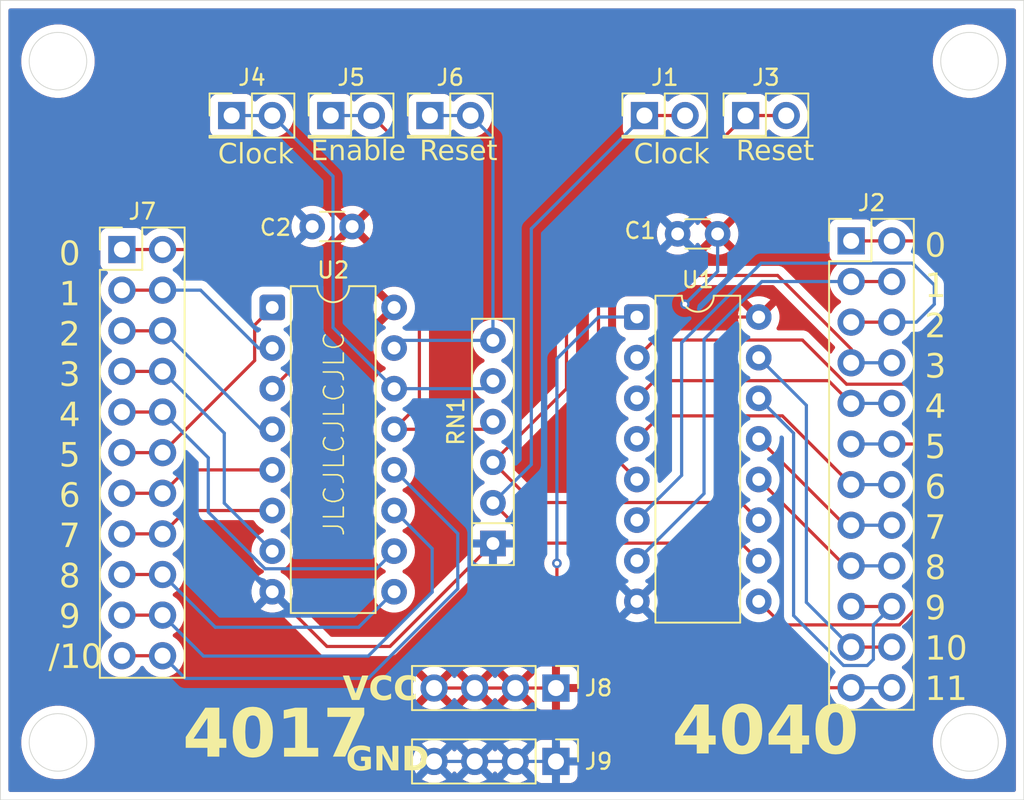
<source format=kicad_pcb>
(kicad_pcb (version 20241229) (generator "pcbnew") (generator_version "9.0")
  (layers (0 "F.Cu" signal) (2 "B.Cu" signal) (13 "F.Paste" user) (15 "B.Paste" user) (5 "F.SilkS" user "F.Silkscreen") (7 "B.SilkS" user "B.Silkscreen") (1 "F.Mask" user) (3 "B.Mask" user) (25 "Edge.Cuts" user))
  (net 0 "")
  (net 1 "Net-(J1-Pin_1)")
  (net 2 "Net-(J2-Pin_11)")
  (net 3 "Net-(J2-Pin_1)")
  (net 4 "Net-(J2-Pin_21)")
  (net 5 "Net-(J2-Pin_17)")
  (net 6 "Net-(J2-Pin_10)")
  (net 7 "Net-(J2-Pin_19)")
  (net 8 "Net-(J3-Pin_1)")
  (net 9 "Net-(J4-Pin_1)")
  (net 10 "Net-(J5-Pin_1)")
  (net 11 "Net-(J7-Pin_11)")
  (net 12 "Net-(J7-Pin_17)")
  (net 13 "Net-(J7-Pin_1)")
  (net 14 "Net-(J7-Pin_10)")
  (net 15 "Net-(J7-Pin_19)")
  (net 16 "Net-(J7-Pin_15)")
  (net 17 "GND")
  (net 18 "VCC")
  (net 19 "Net-(J6-Pin_1)")
  (net 20 "Net-(J2-Pin_3)")
  (net 21 "Net-(J2-Pin_23)")
  (net 22 "Net-(J2-Pin_15)")
  (net 23 "Net-(J2-Pin_13)")
  (net 24 "Net-(J2-Pin_7)")
  (net 25 "Net-(J2-Pin_5)")
  (net 26 "Net-(J7-Pin_13)")
  (net 27 "Net-(J7-Pin_3)")
  (net 28 "Net-(J7-Pin_21)")
  (net 29 "Net-(J7-Pin_7)")
  (net 30 "Net-(J7-Pin_5)")
  (footprint "Resistor_THT:R_Array_SIP6" (layer "F.Cu") (at 191.2 93.96 90)
    (property "Reference" "RN1" (at 7.62 -2.31 90) (layer "F.SilkS"))
    (property "Value" "R_Network05_Split")
    (fp_line (start 14.05 -1.31) (end -1.35 -1.31) (stroke (width 0.12)) (layer "F.SilkS") (net 1))
    (fp_line (start 1.27 -1.31) (end 1.27 1.31) (stroke (width 0.12)) (layer "F.SilkS") (net 1))
    (fp_line (start -1.35 -1.31) (end -1.35 1.31) (stroke (width 0.12)) (layer "F.SilkS") (net 1))
    (fp_line (start 14.05 1.31) (end 14.05 -1.31) (stroke (width 0.12)) (layer "F.SilkS") (net 1))
    (fp_line (start -1.35 1.31) (end 14.05 1.31) (stroke (width 0.12)) (layer "F.SilkS") (net 1))
    (pad "1" thru_hole rect (at 0 0 90) (size 1.6 1.6) (drill 0.8) (layers "*.Cu" "*.Mask") (net 17 "GND"))
    (pad "2" thru_hole circle (at 2.54 0 90) (size 1.6 1.6) (drill 0.8) (layers "*.Cu" "*.Mask") (net 1 "Net-(J1-Pin_1)"))
    (pad "3" thru_hole circle (at 5.08 0 90) (size 1.6 1.6) (drill 0.8) (layers "*.Cu" "*.Mask") (net 8 "Net-(J3-Pin_1)"))
    (pad "4" thru_hole circle (at 7.62 0 90) (size 1.6 1.6) (drill 0.8) (layers "*.Cu" "*.Mask") (net 10 "Net-(J5-Pin_1)"))
    (pad "5" thru_hole circle (at 10.16 0 90) (size 1.6 1.6) (drill 0.8) (layers "*.Cu" "*.Mask") (net 9 "Net-(J4-Pin_1)"))
    (pad "6" thru_hole circle (at 12.7 0 90) (size 1.6 1.6) (drill 0.8) (layers "*.Cu" "*.Mask") (net 19 "Net-(J6-Pin_1)"))
  )
  (footprint "Capacitor_THT:C_Disc_D3.0mm_W1.6mm_P2.50mm" (layer "F.Cu") (at 205.25 74.6 180)
    (property "Reference" "C1" (at 4.85 0.2 0) (layer "F.SilkS"))
    (property "Value" "100nF")
    (fp_line (start 0.485 0.92) (end 2.015 0.92) (stroke (width 0.12)) (layer "F.SilkS") (net 1))
    (fp_line (start 0.485 -0.92) (end 2.015 -0.92) (stroke (width 0.12)) (layer "F.SilkS") (net 1))
    (pad "1" thru_hole circle (at 0 0 180) (size 1.6 1.6) (drill 0.8) (layers "*.Cu" "*.Mask") (net 18 "VCC"))
    (pad "2" thru_hole circle (at 2.5 0 180) (size 1.6 1.6) (drill 0.8) (layers "*.Cu" "*.Mask") (net 17 "GND"))
  )
  (footprint "Capacitor_THT:C_Disc_D3.0mm_W1.6mm_P2.50mm" (layer "F.Cu") (at 182.4 74.14 180)
    (property "Reference" "C2" (at 4.8 -0.06 0) (layer "F.SilkS"))
    (property "Value" "100nF")
    (fp_line (start 0.485 0.92) (end 2.015 0.92) (stroke (width 0.12)) (layer "F.SilkS"))
    (fp_line (start 0.485 -0.92) (end 2.015 -0.92) (stroke (width 0.12)) (layer "F.SilkS"))
    (pad "1" thru_hole circle (at 0 0 180) (size 1.6 1.6) (drill 0.8) (layers "*.Cu" "*.Mask") (net 18 "VCC"))
    (pad "2" thru_hole circle (at 2.5 0 180) (size 1.6 1.6) (drill 0.8) (layers "*.Cu" "*.Mask") (net 17 "GND"))
  )
  (footprint "Connector_PinHeader_2.54mm:PinHeader_2x01_P2.54mm_Vertical" (layer "F.Cu") (at 174.86 67.2)
    (property "Reference" "J4" (at 1.27 -2.38 0) (layer "F.SilkS"))
    (property "Value" "Clock")
    (fp_line (start -1.38 -1.38) (end 0 -1.38) (stroke (width 0.12)) (layer "F.SilkS"))
    (fp_line (start -1.38 0) (end -1.38 -1.38) (stroke (width 0.12)) (layer "F.SilkS"))
    (fp_line (start -1.38 1.27) (end -1.38 1.38) (stroke (width 0.12)) (layer "F.SilkS"))
    (fp_line (start -1.38 1.27) (end 1.27 1.27) (stroke (width 0.12)) (layer "F.SilkS"))
    (fp_line (start -1.38 1.38) (end 3.92 1.38) (stroke (width 0.12)) (layer "F.SilkS"))
    (fp_line (start 1.27 -1.38) (end 3.92 -1.38) (stroke (width 0.12)) (layer "F.SilkS"))
    (fp_line (start 1.27 1.27) (end 1.27 -1.38) (stroke (width 0.12)) (layer "F.SilkS"))
    (fp_line (start 3.92 -1.38) (end 3.92 1.38) (stroke (width 0.12)) (layer "F.SilkS"))
    (pad "1" thru_hole rect (at 0 0) (size 1.7 1.7) (drill 1) (layers "*.Cu" "*.Mask") (net 9 "Net-(J4-Pin_1)"))
    (pad "2" thru_hole circle (at 2.54 0) (size 1.7 1.7) (drill 1) (layers "*.Cu" "*.Mask") (net 9 "Net-(J4-Pin_1)"))
  )
  (footprint "Connector_PinHeader_2.54mm:PinHeader_1x04_P2.54mm_Vertical" (layer "F.Cu") (at 195.14 103 -90)
    (property "Reference" "J8" (at 0 -2.66 180) (layer "F.SilkS"))
    (property "Value" "VCC")
    (fp_line (start -1.38 9) (end 1.38 9) (stroke (width 0.12)) (layer "F.SilkS"))
    (fp_line (start -1.38 1.27) (end -1.38 9) (stroke (width 0.12)) (layer "F.SilkS"))
    (fp_line (start -1.38 1.27) (end 1.38 1.27) (stroke (width 0.12)) (layer "F.SilkS"))
    (fp_line (start 1.38 1.27) (end 1.38 9) (stroke (width 0.12)) (layer "F.SilkS"))
    (fp_line (start -1.38 0) (end -1.38 -1.38) (stroke (width 0.12)) (layer "F.SilkS"))
    (fp_line (start -1.38 -1.38) (end 0 -1.38) (stroke (width 0.12)) (layer "F.SilkS"))
    (pad "1" thru_hole rect (at 0 0 270) (size 1.7 1.7) (drill 1) (layers "*.Cu" "*.Mask") (net 18 "VCC"))
    (pad "2" thru_hole circle (at 0 2.54 270) (size 1.7 1.7) (drill 1) (layers "*.Cu" "*.Mask") (net 18 "VCC"))
    (pad "3" thru_hole circle (at 0 5.08 270) (size 1.7 1.7) (drill 1) (layers "*.Cu" "*.Mask") (net 18 "VCC"))
    (pad "4" thru_hole circle (at 0 7.62 270) (size 1.7 1.7) (drill 1) (layers "*.Cu" "*.Mask") (net 18 "VCC"))
  )
  (footprint "Connector_PinHeader_2.54mm:PinHeader_2x01_P2.54mm_Vertical" (layer "F.Cu") (at 200.675 67.2)
    (property "Reference" "J1" (at 1.27 -2.38 0) (layer "F.SilkS"))
    (property "Value" "Clock")
    (fp_line (start -1.38 -1.38) (end 0 -1.38) (stroke (width 0.12)) (layer "F.SilkS") (net 1))
    (fp_line (start -1.38 0) (end -1.38 -1.38) (stroke (width 0.12)) (layer "F.SilkS") (net 1))
    (fp_line (start -1.38 1.27) (end -1.38 1.38) (stroke (width 0.12)) (layer "F.SilkS") (net 1))
    (fp_line (start -1.38 1.27) (end 1.27 1.27) (stroke (width 0.12)) (layer "F.SilkS") (net 1))
    (fp_line (start -1.38 1.38) (end 3.92 1.38) (stroke (width 0.12)) (layer "F.SilkS") (net 1))
    (fp_line (start 1.27 -1.38) (end 3.92 -1.38) (stroke (width 0.12)) (layer "F.SilkS") (net 1))
    (fp_line (start 1.27 1.27) (end 1.27 -1.38) (stroke (width 0.12)) (layer "F.SilkS") (net 1))
    (fp_line (start 3.92 -1.38) (end 3.92 1.38) (stroke (width 0.12)) (layer "F.SilkS") (net 1))
    (pad "1" thru_hole rect (at 0 0) (size 1.7 1.7) (drill 1) (layers "*.Cu" "*.Mask") (net 1 "Net-(J1-Pin_1)"))
    (pad "2" thru_hole circle (at 2.54 0) (size 1.7 1.7) (drill 1) (layers "*.Cu" "*.Mask") (net 1 "Net-(J1-Pin_1)"))
  )
  (footprint "Package_DIP:DIP-16_W7.62mm" (layer "F.Cu") (at 200.2 79.8)
    (property "Reference" "U1" (at 3.81 -2.33 0) (layer "F.SilkS"))
    (property "Value" "4040")
    (fp_line (start 1.16 -1.33) (end 1.16 19.11) (stroke (width 0.12)) (layer "F.SilkS") (net 1))
    (fp_line (start 1.16 19.11) (end 6.46 19.11) (stroke (width 0.12)) (layer "F.SilkS") (net 1))
    (fp_line (start 2.81 -1.33) (end 1.16 -1.33) (stroke (width 0.12)) (layer "F.SilkS") (net 1))
    (fp_line (start 6.46 -1.33) (end 4.81 -1.33) (stroke (width 0.12)) (layer "F.SilkS") (net 1))
    (fp_line (start 6.46 19.11) (end 6.46 -1.33) (stroke (width 0.12)) (layer "F.SilkS") (net 1))
    (fp_arc (start 4.81 -1.33) (mid 3.81 -0.33) (end 2.81 -1.33) (stroke (width 0.12)) (layer "F.SilkS") (net 1))
    (pad "1" thru_hole roundrect (at 0 0) (size 1.6 1.6) (drill 0.8) (layers "*.Cu" "*.Mask") (roundrect_rratio 0.15625) (net 21 "Net-(J2-Pin_23)"))
    (pad "2" thru_hole circle (at 0 2.54) (size 1.6 1.6) (drill 0.8) (layers "*.Cu" "*.Mask") (net 2 "Net-(J2-Pin_11)"))
    (pad "3" thru_hole circle (at 0 5.08) (size 1.6 1.6) (drill 0.8) (layers "*.Cu" "*.Mask") (net 6 "Net-(J2-Pin_10)"))
    (pad "4" thru_hole circle (at 0 7.62) (size 1.6 1.6) (drill 0.8) (layers "*.Cu" "*.Mask") (net 23 "Net-(J2-Pin_13)"))
    (pad "5" thru_hole circle (at 0 10.16) (size 1.6 1.6) (drill 0.8) (layers "*.Cu" "*.Mask") (net 24 "Net-(J2-Pin_7)"))
    (pad "6" thru_hole circle (at 0 12.7) (size 1.6 1.6) (drill 0.8) (layers "*.Cu" "*.Mask") (net 25 "Net-(J2-Pin_5)"))
    (pad "7" thru_hole circle (at 0 15.24) (size 1.6 1.6) (drill 0.8) (layers "*.Cu" "*.Mask") (net 20 "Net-(J2-Pin_3)"))
    (pad "8" thru_hole circle (at 0 17.78) (size 1.6 1.6) (drill 0.8) (layers "*.Cu" "*.Mask") (net 17 "GND"))
    (pad "9" thru_hole circle (at 7.62 17.78) (size 1.6 1.6) (drill 0.8) (layers "*.Cu" "*.Mask") (net 3 "Net-(J2-Pin_1)"))
    (pad "10" thru_hole circle (at 7.62 15.24) (size 1.6 1.6) (drill 0.8) (layers "*.Cu" "*.Mask") (net 1 "Net-(J1-Pin_1)"))
    (pad "11" thru_hole circle (at 7.62 12.7) (size 1.6 1.6) (drill 0.8) (layers "*.Cu" "*.Mask") (net 8 "Net-(J3-Pin_1)"))
    (pad "12" thru_hole circle (at 7.62 10.16) (size 1.6 1.6) (drill 0.8) (layers "*.Cu" "*.Mask") (net 5 "Net-(J2-Pin_17)"))
    (pad "13" thru_hole circle (at 7.62 7.62) (size 1.6 1.6) (drill 0.8) (layers "*.Cu" "*.Mask") (net 22 "Net-(J2-Pin_15)"))
    (pad "14" thru_hole circle (at 7.62 5.08) (size 1.6 1.6) (drill 0.8) (layers "*.Cu" "*.Mask") (net 7 "Net-(J2-Pin_19)"))
    (pad "15" thru_hole circle (at 7.62 2.54) (size 1.6 1.6) (drill 0.8) (layers "*.Cu" "*.Mask") (net 4 "Net-(J2-Pin_21)"))
    (pad "16" thru_hole circle (at 7.62 0) (size 1.6 1.6) (drill 0.8) (layers "*.Cu" "*.Mask") (net 18 "VCC"))
  )
  (footprint "Connector_PinHeader_2.54mm:PinHeader_2x11_P2.54mm_Vertical" (layer "F.Cu") (at 168 75.58)
    (property "Reference" "J7" (at 1.27 -2.38 0) (layer "F.SilkS"))
    (property "Value" "4017 Outputs")
    (fp_line (start -1.38 -1.38) (end 0 -1.38) (stroke (width 0.12)) (layer "F.SilkS"))
    (fp_line (start -1.38 0) (end -1.38 -1.38) (stroke (width 0.12)) (layer "F.SilkS"))
    (fp_line (start -1.38 1.27) (end -1.38 26.78) (stroke (width 0.12)) (layer "F.SilkS"))
    (fp_line (start -1.38 1.27) (end 1.27 1.27) (stroke (width 0.12)) (layer "F.SilkS"))
    (fp_line (start -1.38 26.78) (end 3.92 26.78) (stroke (width 0.12)) (layer "F.SilkS"))
    (fp_line (start 1.27 -1.38) (end 3.92 -1.38) (stroke (width 0.12)) (layer "F.SilkS"))
    (fp_line (start 1.27 1.27) (end 1.27 -1.38) (stroke (width 0.12)) (layer "F.SilkS"))
    (fp_line (start 3.92 -1.38) (end 3.92 26.78) (stroke (width 0.12)) (layer "F.SilkS"))
    (pad "1" thru_hole rect (at 0 0) (size 1.7 1.7) (drill 1) (layers "*.Cu" "*.Mask") (net 13 "Net-(J7-Pin_1)"))
    (pad "2" thru_hole circle (at 2.54 0) (size 1.7 1.7) (drill 1) (layers "*.Cu" "*.Mask") (net 13 "Net-(J7-Pin_1)"))
    (pad "3" thru_hole circle (at 0 2.54) (size 1.7 1.7) (drill 1) (layers "*.Cu" "*.Mask") (net 27 "Net-(J7-Pin_3)"))
    (pad "4" thru_hole circle (at 2.54 2.54) (size 1.7 1.7) (drill 1) (layers "*.Cu" "*.Mask") (net 27 "Net-(J7-Pin_3)"))
    (pad "5" thru_hole circle (at 0 5.08) (size 1.7 1.7) (drill 1) (layers "*.Cu" "*.Mask") (net 30 "Net-(J7-Pin_5)"))
    (pad "6" thru_hole circle (at 2.54 5.08) (size 1.7 1.7) (drill 1) (layers "*.Cu" "*.Mask") (net 30 "Net-(J7-Pin_5)"))
    (pad "7" thru_hole circle (at 0 7.62) (size 1.7 1.7) (drill 1) (layers "*.Cu" "*.Mask") (net 29 "Net-(J7-Pin_7)"))
    (pad "8" thru_hole circle (at 2.54 7.62) (size 1.7 1.7) (drill 1) (layers "*.Cu" "*.Mask") (net 29 "Net-(J7-Pin_7)"))
    (pad "9" thru_hole circle (at 0 10.16) (size 1.7 1.7) (drill 1) (layers "*.Cu" "*.Mask") (net 14 "Net-(J7-Pin_10)"))
    (pad "10" thru_hole circle (at 2.54 10.16) (size 1.7 1.7) (drill 1) (layers "*.Cu" "*.Mask") (net 14 "Net-(J7-Pin_10)"))
    (pad "11" thru_hole circle (at 0 12.7) (size 1.7 1.7) (drill 1) (layers "*.Cu" "*.Mask") (net 11 "Net-(J7-Pin_11)"))
    (pad "12" thru_hole circle (at 2.54 12.7) (size 1.7 1.7) (drill 1) (layers "*.Cu" "*.Mask") (net 11 "Net-(J7-Pin_11)"))
    (pad "13" thru_hole circle (at 0 15.24) (size 1.7 1.7) (drill 1) (layers "*.Cu" "*.Mask") (net 26 "Net-(J7-Pin_13)"))
    (pad "14" thru_hole circle (at 2.54 15.24) (size 1.7 1.7) (drill 1) (layers "*.Cu" "*.Mask") (net 26 "Net-(J7-Pin_13)"))
    (pad "15" thru_hole circle (at 0 17.78) (size 1.7 1.7) (drill 1) (layers "*.Cu" "*.Mask") (net 16 "Net-(J7-Pin_15)"))
    (pad "16" thru_hole circle (at 2.54 17.78) (size 1.7 1.7) (drill 1) (layers "*.Cu" "*.Mask") (net 16 "Net-(J7-Pin_15)"))
    (pad "17" thru_hole circle (at 0 20.32) (size 1.7 1.7) (drill 1) (layers "*.Cu" "*.Mask") (net 12 "Net-(J7-Pin_17)"))
    (pad "18" thru_hole circle (at 2.54 20.32) (size 1.7 1.7) (drill 1) (layers "*.Cu" "*.Mask") (net 12 "Net-(J7-Pin_17)"))
    (pad "19" thru_hole circle (at 0 22.86) (size 1.7 1.7) (drill 1) (layers "*.Cu" "*.Mask") (net 15 "Net-(J7-Pin_19)"))
    (pad "20" thru_hole circle (at 2.54 22.86) (size 1.7 1.7) (drill 1) (layers "*.Cu" "*.Mask") (net 15 "Net-(J7-Pin_19)"))
    (pad "21" thru_hole circle (at 0 25.4) (size 1.7 1.7) (drill 1) (layers "*.Cu" "*.Mask") (net 28 "Net-(J7-Pin_21)"))
    (pad "22" thru_hole circle (at 2.54 25.4) (size 1.7 1.7) (drill 1) (layers "*.Cu" "*.Mask") (net 28 "Net-(J7-Pin_21)"))
  )
  (footprint "Connector_PinHeader_2.54mm:PinHeader_1x04_P2.54mm_Vertical" (layer "F.Cu") (at 195.14 107.59 -90)
    (property "Reference" "J9" (at 0 -2.66 180) (layer "F.SilkS"))
    (property "Value" "GND")
    (fp_line (start -1.38 9) (end 1.38 9) (stroke (width 0.12)) (layer "F.SilkS"))
    (fp_line (start -1.38 1.27) (end -1.38 9) (stroke (width 0.12)) (layer "F.SilkS"))
    (fp_line (start -1.38 1.27) (end 1.38 1.27) (stroke (width 0.12)) (layer "F.SilkS"))
    (fp_line (start 1.38 1.27) (end 1.38 9) (stroke (width 0.12)) (layer "F.SilkS"))
    (fp_line (start -1.38 0) (end -1.38 -1.38) (stroke (width 0.12)) (layer "F.SilkS"))
    (fp_line (start -1.38 -1.38) (end 0 -1.38) (stroke (width 0.12)) (layer "F.SilkS"))
    (pad "1" thru_hole rect (at 0 0 270) (size 1.7 1.7) (drill 1) (layers "*.Cu" "*.Mask") (net 17 "GND"))
    (pad "2" thru_hole circle (at 0 2.54 270) (size 1.7 1.7) (drill 1) (layers "*.Cu" "*.Mask") (net 17 "GND"))
    (pad "3" thru_hole circle (at 0 5.08 270) (size 1.7 1.7) (drill 1) (layers "*.Cu" "*.Mask") (net 17 "GND"))
    (pad "4" thru_hole circle (at 0 7.62 270) (size 1.7 1.7) (drill 1) (layers "*.Cu" "*.Mask") (net 17 "GND"))
  )
  (footprint "Connector_PinHeader_2.54mm:PinHeader_2x01_P2.54mm_Vertical" (layer "F.Cu") (at 207 67.2)
    (property "Reference" "J3" (at 1.27 -2.38 0) (layer "F.SilkS"))
    (property "Value" "Reset")
    (fp_line (start -1.38 -1.38) (end 0 -1.38) (stroke (width 0.12)) (layer "F.SilkS") (net 1))
    (fp_line (start -1.38 0) (end -1.38 -1.38) (stroke (width 0.12)) (layer "F.SilkS") (net 1))
    (fp_line (start -1.38 1.27) (end -1.38 1.38) (stroke (width 0.12)) (layer "F.SilkS") (net 1))
    (fp_line (start -1.38 1.27) (end 1.27 1.27) (stroke (width 0.12)) (layer "F.SilkS") (net 1))
    (fp_line (start -1.38 1.38) (end 3.92 1.38) (stroke (width 0.12)) (layer "F.SilkS") (net 1))
    (fp_line (start 1.27 -1.38) (end 3.92 -1.38) (stroke (width 0.12)) (layer "F.SilkS") (net 1))
    (fp_line (start 1.27 1.27) (end 1.27 -1.38) (stroke (width 0.12)) (layer "F.SilkS") (net 1))
    (fp_line (start 3.92 -1.38) (end 3.92 1.38) (stroke (width 0.12)) (layer "F.SilkS") (net 1))
    (pad "1" thru_hole rect (at 0 0) (size 1.7 1.7) (drill 1) (layers "*.Cu" "*.Mask") (net 8 "Net-(J3-Pin_1)"))
    (pad "2" thru_hole circle (at 2.54 0) (size 1.7 1.7) (drill 1) (layers "*.Cu" "*.Mask") (net 8 "Net-(J3-Pin_1)"))
  )
  (footprint "Connector_PinHeader_2.54mm:PinHeader_2x01_P2.54mm_Vertical" (layer "F.Cu") (at 187.26 67.2)
    (property "Reference" "J6" (at 1.27 -2.38 0) (layer "F.SilkS"))
    (property "Value" "Reset")
    (fp_line (start -1.38 -1.38) (end 0 -1.38) (stroke (width 0.12)) (layer "F.SilkS"))
    (fp_line (start -1.38 0) (end -1.38 -1.38) (stroke (width 0.12)) (layer "F.SilkS"))
    (fp_line (start -1.38 1.27) (end -1.38 1.38) (stroke (width 0.12)) (layer "F.SilkS"))
    (fp_line (start -1.38 1.27) (end 1.27 1.27) (stroke (width 0.12)) (layer "F.SilkS"))
    (fp_line (start -1.38 1.38) (end 3.92 1.38) (stroke (width 0.12)) (layer "F.SilkS"))
    (fp_line (start 1.27 -1.38) (end 3.92 -1.38) (stroke (width 0.12)) (layer "F.SilkS"))
    (fp_line (start 1.27 1.27) (end 1.27 -1.38) (stroke (width 0.12)) (layer "F.SilkS"))
    (fp_line (start 3.92 -1.38) (end 3.92 1.38) (stroke (width 0.12)) (layer "F.SilkS"))
    (pad "1" thru_hole rect (at 0 0) (size 1.7 1.7) (drill 1) (layers "*.Cu" "*.Mask") (net 19 "Net-(J6-Pin_1)"))
    (pad "2" thru_hole circle (at 2.54 0) (size 1.7 1.7) (drill 1) (layers "*.Cu" "*.Mask") (net 19 "Net-(J6-Pin_1)"))
  )
  (footprint "Connector_PinHeader_2.54mm:PinHeader_2x12_P2.54mm_Vertical" (layer "F.Cu") (at 213.6 75.04)
    (property "Reference" "J2" (at 1.27 -2.38 0) (layer "F.SilkS"))
    (property "Value" "4040 Outputs")
    (fp_line (start -1.38 -1.38) (end 0 -1.38) (stroke (width 0.12)) (layer "F.SilkS") (net 1))
    (fp_line (start -1.38 0) (end -1.38 -1.38) (stroke (width 0.12)) (layer "F.SilkS") (net 1))
    (fp_line (start -1.38 1.27) (end -1.38 29.32) (stroke (width 0.12)) (layer "F.SilkS") (net 1))
    (fp_line (start -1.38 1.27) (end 1.27 1.27) (stroke (width 0.12)) (layer "F.SilkS") (net 1))
    (fp_line (start -1.38 29.32) (end 3.92 29.32) (stroke (width 0.12)) (layer "F.SilkS") (net 1))
    (fp_line (start 1.27 -1.38) (end 3.92 -1.38) (stroke (width 0.12)) (layer "F.SilkS") (net 1))
    (fp_line (start 1.27 1.27) (end 1.27 -1.38) (stroke (width 0.12)) (layer "F.SilkS") (net 1))
    (fp_line (start 3.92 -1.38) (end 3.92 29.32) (stroke (width 0.12)) (layer "F.SilkS") (net 1))
    (pad "1" thru_hole rect (at 0 0) (size 1.7 1.7) (drill 1) (layers "*.Cu" "*.Mask") (net 3 "Net-(J2-Pin_1)"))
    (pad "2" thru_hole circle (at 2.54 0) (size 1.7 1.7) (drill 1) (layers "*.Cu" "*.Mask") (net 3 "Net-(J2-Pin_1)"))
    (pad "3" thru_hole circle (at 0 2.54) (size 1.7 1.7) (drill 1) (layers "*.Cu" "*.Mask") (net 20 "Net-(J2-Pin_3)"))
    (pad "4" thru_hole circle (at 2.54 2.54) (size 1.7 1.7) (drill 1) (layers "*.Cu" "*.Mask") (net 20 "Net-(J2-Pin_3)"))
    (pad "5" thru_hole circle (at 0 5.08) (size 1.7 1.7) (drill 1) (layers "*.Cu" "*.Mask") (net 25 "Net-(J2-Pin_5)"))
    (pad "6" thru_hole circle (at 2.54 5.08) (size 1.7 1.7) (drill 1) (layers "*.Cu" "*.Mask") (net 25 "Net-(J2-Pin_5)"))
    (pad "7" thru_hole circle (at 0 7.62) (size 1.7 1.7) (drill 1) (layers "*.Cu" "*.Mask") (net 24 "Net-(J2-Pin_7)"))
    (pad "8" thru_hole circle (at 2.54 7.62) (size 1.7 1.7) (drill 1) (layers "*.Cu" "*.Mask") (net 24 "Net-(J2-Pin_7)"))
    (pad "9" thru_hole circle (at 0 10.16) (size 1.7 1.7) (drill 1) (layers "*.Cu" "*.Mask") (net 6 "Net-(J2-Pin_10)"))
    (pad "10" thru_hole circle (at 2.54 10.16) (size 1.7 1.7) (drill 1) (layers "*.Cu" "*.Mask") (net 6 "Net-(J2-Pin_10)"))
    (pad "11" thru_hole circle (at 0 12.7) (size 1.7 1.7) (drill 1) (layers "*.Cu" "*.Mask") (net 2 "Net-(J2-Pin_11)"))
    (pad "12" thru_hole circle (at 2.54 12.7) (size 1.7 1.7) (drill 1) (layers "*.Cu" "*.Mask") (net 2 "Net-(J2-Pin_11)"))
    (pad "13" thru_hole circle (at 0 15.24) (size 1.7 1.7) (drill 1) (layers "*.Cu" "*.Mask") (net 23 "Net-(J2-Pin_13)"))
    (pad "14" thru_hole circle (at 2.54 15.24) (size 1.7 1.7) (drill 1) (layers "*.Cu" "*.Mask") (net 23 "Net-(J2-Pin_13)"))
    (pad "15" thru_hole circle (at 0 17.78) (size 1.7 1.7) (drill 1) (layers "*.Cu" "*.Mask") (net 22 "Net-(J2-Pin_15)"))
    (pad "16" thru_hole circle (at 2.54 17.78) (size 1.7 1.7) (drill 1) (layers "*.Cu" "*.Mask") (net 22 "Net-(J2-Pin_15)"))
    (pad "17" thru_hole circle (at 0 20.32) (size 1.7 1.7) (drill 1) (layers "*.Cu" "*.Mask") (net 5 "Net-(J2-Pin_17)"))
    (pad "18" thru_hole circle (at 2.54 20.32) (size 1.7 1.7) (drill 1) (layers "*.Cu" "*.Mask") (net 5 "Net-(J2-Pin_17)"))
    (pad "19" thru_hole circle (at 0 22.86) (size 1.7 1.7) (drill 1) (layers "*.Cu" "*.Mask") (net 7 "Net-(J2-Pin_19)"))
    (pad "20" thru_hole circle (at 2.54 22.86) (size 1.7 1.7) (drill 1) (layers "*.Cu" "*.Mask") (net 7 "Net-(J2-Pin_19)"))
    (pad "21" thru_hole circle (at 0 25.4) (size 1.7 1.7) (drill 1) (layers "*.Cu" "*.Mask") (net 4 "Net-(J2-Pin_21)"))
    (pad "22" thru_hole circle (at 2.54 25.4) (size 1.7 1.7) (drill 1) (layers "*.Cu" "*.Mask") (net 4 "Net-(J2-Pin_21)"))
    (pad "23" thru_hole circle (at 0 27.94) (size 1.7 1.7) (drill 1) (layers "*.Cu" "*.Mask") (net 21 "Net-(J2-Pin_23)"))
    (pad "24" thru_hole circle (at 2.54 27.94) (size 1.7 1.7) (drill 1) (layers "*.Cu" "*.Mask") (net 21 "Net-(J2-Pin_23)"))
  )
  (footprint "Package_DIP:DIP-16_W7.62mm" (layer "F.Cu") (at 177.4 79.2)
    (property "Reference" "U2" (at 3.81 -2.33 0) (layer "F.SilkS"))
    (property "Value" "4017")
    (fp_line (start 1.16 -1.33) (end 1.16 19.11) (stroke (width 0.12)) (layer "F.SilkS"))
    (fp_line (start 1.16 19.11) (end 6.46 19.11) (stroke (width 0.12)) (layer "F.SilkS"))
    (fp_line (start 2.81 -1.33) (end 1.16 -1.33) (stroke (width 0.12)) (layer "F.SilkS"))
    (fp_line (start 6.46 -1.33) (end 4.81 -1.33) (stroke (width 0.12)) (layer "F.SilkS"))
    (fp_line (start 6.46 19.11) (end 6.46 -1.33) (stroke (width 0.12)) (layer "F.SilkS"))
    (fp_arc (start 4.81 -1.33) (mid 3.81 -0.33) (end 2.81 -1.33) (stroke (width 0.12)) (layer "F.SilkS"))
    (pad "1" thru_hole roundrect (at 0 0) (size 1.6 1.6) (drill 0.8) (layers "*.Cu" "*.Mask") (roundrect_rratio 0.15625) (net 11 "Net-(J7-Pin_11)"))
    (pad "2" thru_hole circle (at 0 2.54) (size 1.6 1.6) (drill 0.8) (layers "*.Cu" "*.Mask") (net 27 "Net-(J7-Pin_3)"))
    (pad "3" thru_hole circle (at 0 5.08) (size 1.6 1.6) (drill 0.8) (layers "*.Cu" "*.Mask") (net 13 "Net-(J7-Pin_1)"))
    (pad "4" thru_hole circle (at 0 7.62) (size 1.6 1.6) (drill 0.8) (layers "*.Cu" "*.Mask") (net 30 "Net-(J7-Pin_5)"))
    (pad "5" thru_hole circle (at 0 10.16) (size 1.6 1.6) (drill 0.8) (layers "*.Cu" "*.Mask") (net 26 "Net-(J7-Pin_13)"))
    (pad "6" thru_hole circle (at 0 12.7) (size 1.6 1.6) (drill 0.8) (layers "*.Cu" "*.Mask") (net 16 "Net-(J7-Pin_15)"))
    (pad "7" thru_hole circle (at 0 15.24) (size 1.6 1.6) (drill 0.8) (layers "*.Cu" "*.Mask") (net 29 "Net-(J7-Pin_7)"))
    (pad "8" thru_hole circle (at 0 17.78) (size 1.6 1.6) (drill 0.8) (layers "*.Cu" "*.Mask") (net 17 "GND"))
    (pad "9" thru_hole circle (at 7.62 17.78) (size 1.6 1.6) (drill 0.8) (layers "*.Cu" "*.Mask") (net 12 "Net-(J7-Pin_17)"))
    (pad "10" thru_hole circle (at 7.62 15.24) (size 1.6 1.6) (drill 0.8) (layers "*.Cu" "*.Mask") (net 14 "Net-(J7-Pin_10)"))
    (pad "11" thru_hole circle (at 7.62 12.7) (size 1.6 1.6) (drill 0.8) (layers "*.Cu" "*.Mask") (net 15 "Net-(J7-Pin_19)"))
    (pad "12" thru_hole circle (at 7.62 10.16) (size 1.6 1.6) (drill 0.8) (layers "*.Cu" "*.Mask") (net 28 "Net-(J7-Pin_21)"))
    (pad "13" thru_hole circle (at 7.62 7.62) (size 1.6 1.6) (drill 0.8) (layers "*.Cu" "*.Mask") (net 10 "Net-(J5-Pin_1)"))
    (pad "14" thru_hole circle (at 7.62 5.08) (size 1.6 1.6) (drill 0.8) (layers "*.Cu" "*.Mask") (net 9 "Net-(J4-Pin_1)"))
    (pad "15" thru_hole circle (at 7.62 2.54) (size 1.6 1.6) (drill 0.8) (layers "*.Cu" "*.Mask") (net 19 "Net-(J6-Pin_1)"))
    (pad "16" thru_hole circle (at 7.62 0) (size 1.6 1.6) (drill 0.8) (layers "*.Cu" "*.Mask") (net 18 "VCC"))
  )
  (footprint "Connector_PinHeader_2.54mm:PinHeader_2x01_P2.54mm_Vertical" (layer "F.Cu") (at 181.06 67.2)
    (property "Reference" "J5" (at 1.27 -2.38 0) (layer "F.SilkS"))
    (property "Value" "Enable")
    (fp_line (start -1.38 -1.38) (end 0 -1.38) (stroke (width 0.12)) (layer "F.SilkS"))
    (fp_line (start -1.38 0) (end -1.38 -1.38) (stroke (width 0.12)) (layer "F.SilkS"))
    (fp_line (start -1.38 1.27) (end -1.38 1.38) (stroke (width 0.12)) (layer "F.SilkS"))
    (fp_line (start -1.38 1.27) (end 1.27 1.27) (stroke (width 0.12)) (layer "F.SilkS"))
    (fp_line (start -1.38 1.38) (end 3.92 1.38) (stroke (width 0.12)) (layer "F.SilkS"))
    (fp_line (start 1.27 -1.38) (end 3.92 -1.38) (stroke (width 0.12)) (layer "F.SilkS"))
    (fp_line (start 1.27 1.27) (end 1.27 -1.38) (stroke (width 0.12)) (layer "F.SilkS"))
    (fp_line (start 3.92 -1.38) (end 3.92 1.38) (stroke (width 0.12)) (layer "F.SilkS"))
    (pad "1" thru_hole rect (at 0 0) (size 1.7 1.7) (drill 1) (layers "*.Cu" "*.Mask") (net 10 "Net-(J5-Pin_1)"))
    (pad "2" thru_hole circle (at 2.54 0) (size 1.7 1.7) (drill 1) (layers "*.Cu" "*.Mask") (net 10 "Net-(J5-Pin_1)"))
  )
  (gr_rect (start 160.4 60) (end 224.4 110) (stroke (width 0.05)) (fill no) (layer "Edge.Cuts"))
  (gr_circle (center 221 63.8) (end 222.8 63.8) (stroke (width 0.05)) (fill no) (layer "Edge.Cuts"))
  (gr_circle (center 164 106.4) (end 165.8 106.4) (stroke (width 0.05)) (fill no) (layer "Edge.Cuts"))
  (gr_circle (center 221 106.4) (end 222.8 106.4) (stroke (width 0.05)) (fill no) (layer "Edge.Cuts"))
  (gr_circle (center 164 63.8) (end 165.8 63.8) (stroke (width 0.05)) (fill no) (layer "Edge.Cuts"))
  (gr_text "Reset" (at 186.6 70.2 0) (layer "F.SilkS") (effects (font (size 1.25 1.25) (thickness 0.1)) (justify left bottom)))
  (gr_text "0\n1\n2\n3\n4\n5\n6\n7\n8\n9\n10\n11" (at 218.2 104 0) (layer "F.SilkS") (effects (font (size 1.5 1.5) (thickness 0.1)) (justify left bottom)))
  (gr_text " 0\n 1\n 2\n 3\n 4\n 5\n 6\n 7\n 8\n 9\n/10" (at 163.4 102 0) (layer "F.SilkS") (effects (font (size 1.5 1.5) (thickness 0.1)) (justify left bottom)))
  (gr_text "VCC" (at 181.8 104 0) (layer "F.SilkS") (effects (font (size 1.5 1.5) (thickness 0.3) (bold yes)) (justify left bottom)))
  (gr_text "GND" (at 182 108.4 0) (layer "F.SilkS") (effects (font (size 1.5 1.5) (thickness 0.3) (bold yes)) (justify left bottom)))
  (gr_text "JLCJLCJLCJLC" (at 182 93.6 90) (layer "F.SilkS") (effects (font (size 1.25 1.25) (thickness 0.1)) (justify left bottom)))
  (gr_text "Enable" (at 179.8 70.2 0) (layer "F.SilkS") (effects (font (size 1.25 1.25) (thickness 0.1)) (justify left bottom)))
  (gr_text "4040" (at 202.4 107.6 0) (layer "F.SilkS") (effects (font (size 3 3) (thickness 0.3) (bold yes)) (justify left bottom)))
  (gr_text "Clock" (at 174 70.4 0) (layer "F.SilkS") (effects (font (size 1.25 1.25) (thickness 0.1)) (justify left bottom)))
  (gr_text "Reset" (at 206.4 70.2 0) (layer "F.SilkS") (effects (font (size 1.25 1.25) (thickness 0.1)) (justify left bottom)))
  (gr_text "Clock" (at 200 70.4 0) (layer "F.SilkS") (effects (font (size 1.25 1.25) (thickness 0.1)) (justify left bottom)))
  (gr_text "4017" (at 171.8 107.8 0) (layer "F.SilkS") (effects (font (size 3 3) (thickness 0.3) (bold yes)) (justify left bottom)))
  (segment (start 193.719 93.939) (end 191.2 91.42) (width 0.2) (layer "F.Cu") (net 1))
  (segment (start 200.675 67.2) (end 203.215 67.2) (width 0.2) (layer "F.Cu") (net 1))
  (segment (start 207.82 95.04) (end 206.719 93.939) (width 0.2) (layer "F.Cu") (net 1))
  (segment (start 206.719 93.939) (end 193.719 93.939) (width 0.2) (layer "F.Cu") (net 1))
  (segment (start 193.6 74.275) (end 193.6 89.02) (width 0.2) (layer "B.Cu") (net 1))
  (segment (start 193.6 89.02) (end 191.2 91.42) (width 0.2) (layer "B.Cu") (net 1))
  (segment (start 200.675 67.2) (end 193.6 74.275) (width 0.2) (layer "B.Cu") (net 1))
  (segment (start 218.46 87.74) (end 216.14 87.74) (width 0.2) (layer "F.Cu") (net 2))
  (segment (start 210.55124 81.239) (end 213.31224 84) (width 0.2) (layer "F.Cu") (net 2))
  (segment (start 219.6 86.6) (end 218.46 87.74) (width 0.2) (layer "F.Cu") (net 2))
  (segment (start 219.6 85.2) (end 219.6 86.6) (width 0.2) (layer "F.Cu") (net 2))
  (segment (start 201.301 81.239) (end 210.55124 81.239) (width 0.2) (layer "F.Cu") (net 2))
  (segment (start 213.31224 84) (end 218.4 84) (width 0.2) (layer "F.Cu") (net 2))
  (segment (start 200.2 82.34) (end 201.301 81.239) (width 0.2) (layer "F.Cu") (net 2))
  (segment (start 218.4 84) (end 219.6 85.2) (width 0.2) (layer "F.Cu") (net 2))
  (segment (start 216.14 87.74) (end 213.6 87.74) (width 0.2) (layer "B.Cu") (net 2))
  (segment (start 221.2 77.8) (end 218.44 75.04) (width 0.2) (layer "F.Cu") (net 3))
  (segment (start 221.2 94.46776) (end 221.2 77.8) (width 0.2) (layer "F.Cu") (net 3))
  (segment (start 207.82 97.58) (end 209.291 99.051) (width 0.2) (layer "F.Cu") (net 3))
  (segment (start 209.291 99.051) (end 216.61676 99.051) (width 0.2) (layer "F.Cu") (net 3))
  (segment (start 216.61676 99.051) (end 221.2 94.46776) (width 0.2) (layer "F.Cu") (net 3))
  (segment (start 218.44 75.04) (end 216.14 75.04) (width 0.2) (layer "F.Cu") (net 3))
  (segment (start 213.6 75.04) (end 216.14 75.04) (width 0.2) (layer "F.Cu") (net 3))
  (segment (start 213.6 100.44) (end 216.14 100.44) (width 0.2) (layer "F.Cu") (net 4))
  (segment (start 210.8 85.32) (end 210.8 97.64) (width 0.2) (layer "B.Cu") (net 4))
  (segment (start 207.82 82.34) (end 210.8 85.32) (width 0.2) (layer "B.Cu") (net 4))
  (segment (start 210.8 97.64) (end 213.6 100.44) (width 0.2) (layer "B.Cu") (net 4))
  (segment (start 207.82 89.96) (end 213.22 95.36) (width 0.2) (layer "F.Cu") (net 5))
  (segment (start 213.22 95.36) (end 213.6 95.36) (width 0.2) (layer "F.Cu") (net 5))
  (segment (start 213.6 95.36) (end 216.14 95.36) (width 0.2) (layer "B.Cu") (net 5))
  (segment (start 201.301 83.779) (end 212.179 83.779) (width 0.2) (layer "F.Cu") (net 6))
  (segment (start 200.2 84.88) (end 201.301 83.779) (width 0.2) (layer "F.Cu") (net 6))
  (segment (start 212.179 83.779) (end 213.6 85.2) (width 0.2) (layer "F.Cu") (net 6))
  (segment (start 213.6 85.2) (end 216.14 85.2) (width 0.2) (layer "B.Cu") (net 6))
  (segment (start 216.14 97.9) (end 213.6 97.9) (width 0.2) (layer "F.Cu") (net 7))
  (segment (start 207.82 84.88) (end 210 87.06) (width 0.2) (layer "B.Cu") (net 7))
  (segment (start 210 87.06) (end 210 98.46776) (width 0.2) (layer "B.Cu") (net 7))
  (segment (start 210 98.46776) (end 213.12324 101.591) (width 0.2) (layer "B.Cu") (net 7))
  (segment (start 213.12324 101.591) (end 214.609 101.591) (width 0.2) (layer "B.Cu") (net 7))
  (segment (start 214.989 101.211) (end 214.989 99.051) (width 0.2) (layer "B.Cu") (net 7))
  (segment (start 214.989 99.051) (end 216.14 97.9) (width 0.2) (layer "B.Cu") (net 7))
  (segment (start 214.609 101.591) (end 214.989 101.211) (width 0.2) (layer "B.Cu") (net 7))
  (segment (start 207.82 92.5) (end 206.719 91.399) (width 0.2) (layer "F.Cu") (net 8))
  (segment (start 207 67.2) (end 209.54 67.2) (width 0.2) (layer "F.Cu") (net 8))
  (segment (start 195.8 78.4) (end 195.8 84.28) (width 0.2) (layer "F.Cu") (net 8))
  (segment (start 206.719 91.399) (end 193.719 91.399) (width 0.2) (layer "F.Cu") (net 8))
  (segment (start 193.719 91.399) (end 191.2 88.88) (width 0.2) (layer "F.Cu") (net 8))
  (segment (start 195.8 84.28) (end 191.2 88.88) (width 0.2) (layer "F.Cu") (net 8))
  (segment (start 207 67.2) (end 195.8 78.4) (width 0.2) (layer "F.Cu") (net 8))
  (segment (start 174.86 67.2) (end 177.4 67.2) (width 0.2) (layer "B.Cu") (net 9))
  (segment (start 185.02 84.28) (end 190.72 84.28) (width 0.2) (layer "B.Cu") (net 9))
  (segment (start 181.2 80.46) (end 185.02 84.28) (width 0.2) (layer "B.Cu") (net 9))
  (segment (start 190.72 84.28) (end 190.91645 84.08355) (width 0.2) (layer "B.Cu") (net 9))
  (segment (start 177.4 67.2) (end 181.2 71) (width 0.2) (layer "B.Cu") (net 9))
  (segment (start 181.2 71) (end 181.2 80.46) (width 0.2) (layer "B.Cu") (net 9))
  (segment (start 186.6 85.24) (end 185.02 86.82) (width 0.2) (layer "F.Cu") (net 10))
  (segment (start 186.6 70.2) (end 186.6 85.24) (width 0.2) (layer "F.Cu") (net 10))
  (segment (start 183.6 67.2) (end 186.6 70.2) (width 0.2) (layer "F.Cu") (net 10))
  (segment (start 185.02 86.82) (end 190.72 86.82) (width 0.2) (layer "F.Cu") (net 10))
  (segment (start 190.72 86.82) (end 191.2 86.34) (width 0.2) (layer "F.Cu") (net 10))
  (segment (start 181.06 67.2) (end 183.6 67.2) (width 0.2) (layer "B.Cu") (net 10))
  (segment (start 170.54 88.28) (end 168 88.28) (width 0.2) (layer "F.Cu") (net 11))
  (segment (start 176.299 80.301) (end 177.4 79.2) (width 0.2) (layer "F.Cu") (net 11))
  (segment (start 176.299 82.521) (end 176.299 80.301) (width 0.2) (layer "F.Cu") (net 11))
  (segment (start 170.54 88.28) (end 176.299 82.521) (width 0.2) (layer "F.Cu") (net 11))
  (segment (start 170.54 95.9) (end 168 95.9) (width 0.2) (layer "F.Cu") (net 12))
  (segment (start 182.8 99.2) (end 185.02 96.98) (width 0.2) (layer "B.Cu") (net 12))
  (segment (start 173.84 99.2) (end 182.8 99.2) (width 0.2) (layer "B.Cu") (net 12))
  (segment (start 170.54 95.9) (end 173.84 99.2) (width 0.2) (layer "B.Cu") (net 12))
  (segment (start 177.58 75.58) (end 180 78) (width 0.2) (layer "F.Cu") (net 13))
  (segment (start 170.54 75.58) (end 168 75.58) (width 0.2) (layer "F.Cu") (net 13))
  (segment (start 180 78) (end 180 81.68) (width 0.2) (layer "F.Cu") (net 13))
  (segment (start 180 81.68) (end 177.4 84.28) (width 0.2) (layer "F.Cu") (net 13))
  (segment (start 170.54 75.58) (end 177.58 75.58) (width 0.2) (layer "F.Cu") (net 13))
  (segment (start 170.54 85.74) (end 168 85.74) (width 0.2) (layer "F.Cu") (net 14))
  (segment (start 183.919 95.541) (end 185.02 94.44) (width 0.2) (layer "B.Cu") (net 14))
  (segment (start 176.94395 95.541) (end 183.919 95.541) (width 0.2) (layer "B.Cu") (net 14))
  (segment (start 170.54 85.74) (end 173.4 88.6) (width 0.2) (layer "B.Cu") (net 14))
  (segment (start 173.4 88.6) (end 173.4 91.99705) (width 0.2) (layer "B.Cu") (net 14))
  (segment (start 173.4 91.99705) (end 176.94395 95.541) (width 0.2) (layer "B.Cu") (net 14))
  (segment (start 170.54 98.44) (end 168 98.44) (width 0.2) (layer "F.Cu") (net 15))
  (segment (start 170.54 98.44) (end 173.1 101) (width 0.2) (layer "B.Cu") (net 15))
  (segment (start 173.1 101) (end 183.4 101) (width 0.2) (layer "B.Cu") (net 15))
  (segment (start 187.4 94.28) (end 185.02 91.9) (width 0.2) (layer "B.Cu") (net 15))
  (segment (start 187.4 97) (end 187.4 94.28) (width 0.2) (layer "B.Cu") (net 15))
  (segment (start 183.4 101) (end 187.4 97) (width 0.2) (layer "B.Cu") (net 15))
  (segment (start 171.35 92.55) (end 172 91.9) (width 0.2) (layer "F.Cu") (net 16))
  (segment (start 171.35 92.55) (end 170.54 93.36) (width 0.2) (layer "F.Cu") (net 16))
  (segment (start 172 91.9) (end 177.4 91.9) (width 0.2) (layer "F.Cu") (net 16))
  (segment (start 170.54 93.36) (end 168 93.36) (width 0.2) (layer "F.Cu") (net 16))
  (segment (start 184.76 100.4) (end 191.2 93.96) (width 0.2) (layer "F.Cu") (net 17))
  (segment (start 177.4 96.98) (end 180.82 100.4) (width 0.2) (layer "F.Cu") (net 17))
  (segment (start 180.82 100.4) (end 184.76 100.4) (width 0.2) (layer "F.Cu") (net 17))
  (segment (start 190.06 107.59) (end 192.6 107.59) (width 0.2) (layer "B.Cu") (net 17))
  (segment (start 192.6 107.59) (end 195.14 107.59) (width 0.2) (layer "B.Cu") (net 17))
  (segment (start 187.52 107.59) (end 190.06 107.59) (width 0.2) (layer "B.Cu") (net 17))
  (segment (start 207.82 79.8) (end 204 79.8) (width 0.2) (layer "F.Cu") (net 18))
  (segment (start 192.6 103) (end 195.14 103) (width 0.2) (layer "F.Cu") (net 18))
  (segment (start 204 79.8) (end 203.2 79) (width 0.2) (layer "F.Cu") (net 18))
  (segment (start 190.06 103) (end 192.6 103) (width 0.2) (layer "F.Cu") (net 18))
  (segment (start 187.52 103) (end 190.06 103) (width 0.2) (layer "F.Cu") (net 18))
  (via (at 203.2 79) (size 0.6) (drill 0.3) (layers "F.Cu" "B.Cu") (net 18))
  (segment (start 203.2 79) (end 205.25 76.95) (width 0.2) (layer "B.Cu") (net 18))
  (segment (start 205.25 76.95) (end 205.25 74.6) (width 0.2) (layer "B.Cu") (net 18))
  (segment (start 187.26 67.2) (end 189.8 67.2) (width 0.2) (layer "B.Cu") (net 19))
  (segment (start 189.8 67.2) (end 191.2 68.6) (width 0.2) (layer "B.Cu") (net 19))
  (segment (start 191.2 81.26) (end 185.5 81.26) (width 0.2) (layer "B.Cu") (net 19))
  (segment (start 185.5 81.26) (end 185.02 81.74) (width 0.2) (layer "B.Cu") (net 19))
  (segment (start 191.2 68.6) (end 191.2 81.26) (width 0.2) (layer "B.Cu") (net 19))
  (segment (start 213.6 77.58) (end 216.14 77.58) (width 0.2) (layer "F.Cu") (net 20))
  (segment (start 204.4 81.2) (end 208.02 77.58) (width 0.2) (layer "B.Cu") (net 20))
  (segment (start 204.4 90.84) (end 204.4 81.2) (width 0.2) (layer "B.Cu") (net 20))
  (segment (start 200.2 95.04) (end 204.4 90.84) (width 0.2) (layer "B.Cu") (net 20))
  (segment (start 208.02 77.58) (end 213.6 77.58) (width 0.2) (layer "B.Cu") (net 20))
  (segment (start 199.18 102.98) (end 195.2 99) (width 0.2) (layer "F.Cu") (net 21))
  (segment (start 213.6 102.98) (end 199.18 102.98) (width 0.2) (layer "F.Cu") (net 21))
  (segment (start 195.2 99) (end 195.2 95.2) (width 0.2) (layer "F.Cu") (net 21))
  (via (at 195.2 95.2) (size 0.6) (drill 0.3) (layers "F.Cu" "B.Cu") (net 21))
  (segment (start 195.2 82.4) (end 197.8 79.8) (width 0.2) (layer "B.Cu") (net 21))
  (segment (start 216.14 102.98) (end 213.6 102.98) (width 0.2) (layer "B.Cu") (net 21))
  (segment (start 195.2 95.2) (end 195.2 82.4) (width 0.2) (layer "B.Cu") (net 21))
  (segment (start 197.8 79.8) (end 200.2 79.8) (width 0.2) (layer "B.Cu") (net 21))
  (segment (start 207.82 87.42) (end 213.22 92.82) (width 0.2) (layer "F.Cu") (net 22))
  (segment (start 213.22 92.82) (end 213.6 92.82) (width 0.2) (layer "F.Cu") (net 22))
  (segment (start 216.14 92.82) (end 213.6 92.82) (width 0.2) (layer "B.Cu") (net 22))
  (segment (start 209.301 85.981) (end 213.6 90.28) (width 0.2) (layer "F.Cu") (net 23))
  (segment (start 201.639 85.981) (end 209.301 85.981) (width 0.2) (layer "F.Cu") (net 23))
  (segment (start 200.2 87.42) (end 201.639 85.981) (width 0.2) (layer "F.Cu") (net 23))
  (segment (start 213.6 90.28) (end 216.14 90.28) (width 0.2) (layer "B.Cu") (net 23))
  (segment (start 199.17 77.2) (end 209 77.2) (width 0.2) (layer "F.Cu") (net 24))
  (segment (start 213.6 81.8) (end 213.6 82.66) (width 0.2) (layer "F.Cu") (net 24))
  (segment (start 197.8 87.56) (end 197.8 78.57) (width 0.2) (layer "F.Cu") (net 24))
  (segment (start 209 77.2) (end 213.6 81.8) (width 0.2) (layer "F.Cu") (net 24))
  (segment (start 197.8 78.57) (end 199.17 77.2) (width 0.2) (layer "F.Cu") (net 24))
  (segment (start 200.2 89.96) (end 197.8 87.56) (width 0.2) (layer "F.Cu") (net 24))
  (segment (start 216.14 82.66) (end 213.6 82.66) (width 0.2) (layer "B.Cu") (net 24))
  (segment (start 213.6 80.12) (end 216.14 80.12) (width 0.2) (layer "F.Cu") (net 25))
  (segment (start 202.999 89.701) (end 202.999 81.401) (width 0.2) (layer "B.Cu") (net 25))
  (segment (start 200.2 92.5) (end 202.999 89.701) (width 0.2) (layer "B.Cu") (net 25))
  (segment (start 207.971 76.429) (end 217.429 76.429) (width 0.2) (layer "B.Cu") (net 25))
  (segment (start 218.8 77.8) (end 218.8 79) (width 0.2) (layer "B.Cu") (net 25))
  (segment (start 217.68 80.12) (end 216.14 80.12) (width 0.2) (layer "B.Cu") (net 25))
  (segment (start 217.429 76.429) (end 218.8 77.8) (width 0.2) (layer "B.Cu") (net 25))
  (segment (start 218.8 79) (end 217.68 80.12) (width 0.2) (layer "B.Cu") (net 25))
  (segment (start 202.999 81.401) (end 207.971 76.429) (width 0.2) (layer "B.Cu") (net 25))
  (segment (start 172 89.36) (end 177.4 89.36) (width 0.2) (layer "F.Cu") (net 26))
  (segment (start 170.54 90.82) (end 172 89.36) (width 0.2) (layer "F.Cu") (net 26))
  (segment (start 170.54 90.82) (end 168 90.82) (width 0.2) (layer "F.Cu") (net 26))
  (segment (start 170.54 78.12) (end 168 78.12) (width 0.2) (layer "F.Cu") (net 27))
  (segment (start 176.54 81.74) (end 177.4 81.74) (width 0.2) (layer "B.Cu") (net 27))
  (segment (start 170.54 78.12) (end 172.92 78.12) (width 0.2) (layer "B.Cu") (net 27))
  (segment (start 172.92 78.12) (end 176.54 81.74) (width 0.2) (layer "B.Cu") (net 27))
  (segment (start 170.54 100.98) (end 168 100.98) (width 0.2) (layer "F.Cu") (net 28))
  (segment (start 170.54 100.98) (end 171.96 102.4) (width 0.2) (layer "B.Cu") (net 28))
  (segment (start 183.4 102.4) (end 189 96.8) (width 0.2) (layer "B.Cu") (net 28))
  (segment (start 171.96 102.4) (end 183.4 102.4) (width 0.2) (layer "B.Cu") (net 28))
  (segment (start 189 93.34) (end 185.02 89.36) (width 0.2) (layer "B.Cu") (net 28))
  (segment (start 189 96.8) (end 189 93.34) (width 0.2) (layer "B.Cu") (net 28))
  (segment (start 170.54 83.2) (end 168 83.2) (width 0.2) (layer "F.Cu") (net 29))
  (segment (start 174.4 91.44) (end 177.4 94.44) (width 0.2) (layer "B.Cu") (net 29))
  (segment (start 174.4 87.06) (end 174.4 91.44) (width 0.2) (layer "B.Cu") (net 29))
  (segment (start 170.54 83.2) (end 174.4 87.06) (width 0.2) (layer "B.Cu") (net 29))
  (segment (start 170.54 80.66) (end 168 80.66) (width 0.2) (layer "F.Cu") (net 30))
  (segment (start 170.54 80.66) (end 176.7 86.82) (width 0.2) (layer "B.Cu") (net 30))
  (segment (start 176.7 86.82) (end 177.4 86.82) (width 0.2) (layer "B.Cu") (net 30))
  (zone (net 18) (net_name "VCC") (layer "F.Cu") (priority 1) (connect_pads (clearance 0.5)) (min_thickness 0.25) (fill yes (thermal_gap 0.5) (thermal_bridge_width 0.5))
    (polygon (pts (xy 160.4 60) (xy 160.4 110) (xy 224.4 110) (xy 224.4 60)))
  )
  (zone (net 17) (net_name "GND") (layer "B.Cu") (connect_pads (clearance 0.5)) (min_thickness 0.25) (fill yes (thermal_gap 0.5) (thermal_bridge_width 0.5))
    (polygon (pts (xy 160.4 60) (xy 160.4 110) (xy 224.4 110) (xy 224.4 60)))
  )
)
</source>
